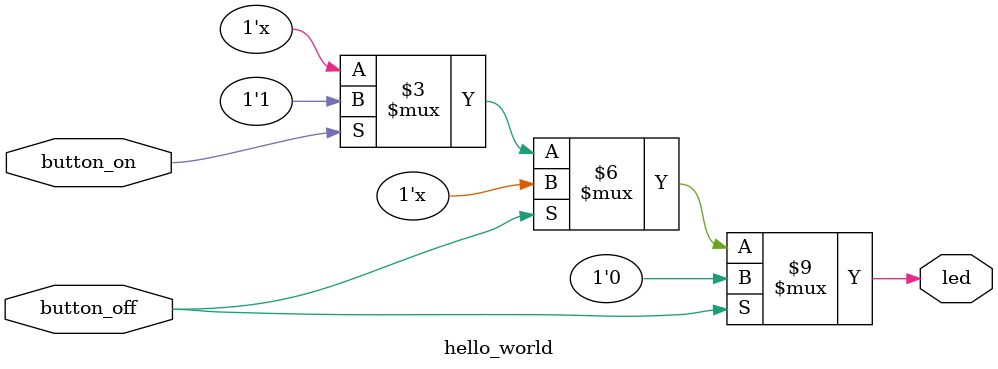
<source format=v>
module hello_world(
    output reg led,
    input button_on,
    input button_off
    );
 
    always @(*) begin
        if (button_off) begin
            led = 0; // Stingem LED-ul.
        end else if (button_on) begin
            led = 1; // Aprindem LED-ul.
        end
    end
 
endmodule
</source>
